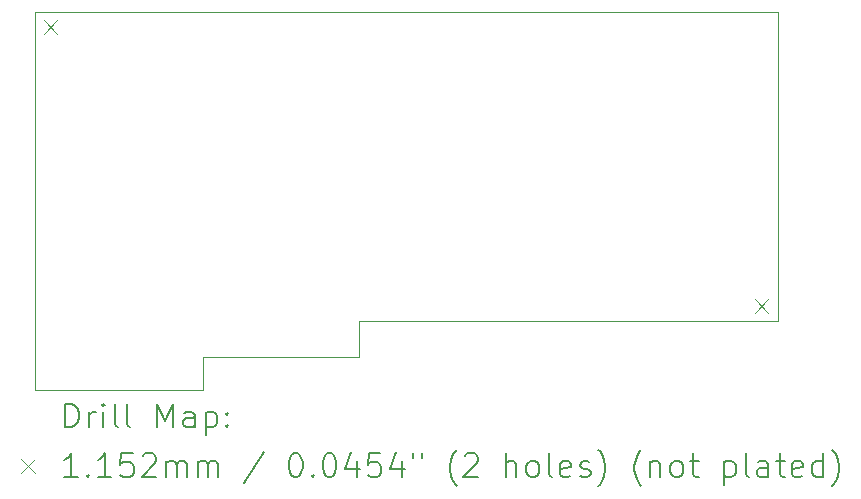
<source format=gbr>
%FSLAX45Y45*%
G04 Gerber Fmt 4.5, Leading zero omitted, Abs format (unit mm)*
G04 Created by KiCad (PCBNEW (6.0.4-0)) date 2022-03-21 10:13:04*
%MOMM*%
%LPD*%
G01*
G04 APERTURE LIST*
%TA.AperFunction,Profile*%
%ADD10C,0.100000*%
%TD*%
%ADD11C,0.200000*%
%ADD12C,0.115200*%
G04 APERTURE END LIST*
D10*
X3149600Y-7213600D02*
X4470400Y-7213600D01*
X4470400Y-7213600D02*
X4470400Y-6908800D01*
X3149600Y-7493000D02*
X1727200Y-7493000D01*
X1727200Y-7493000D02*
X1727200Y-4292600D01*
X1727200Y-4292600D02*
X8013700Y-4292600D01*
X4470400Y-6908800D02*
X8013700Y-6908800D01*
X8013700Y-4292600D02*
X8013700Y-6908800D01*
X3149600Y-7493000D02*
X3149600Y-7213600D01*
D11*
D12*
X1796600Y-4362000D02*
X1911800Y-4477200D01*
X1911800Y-4362000D02*
X1796600Y-4477200D01*
X7816400Y-6724200D02*
X7931600Y-6839400D01*
X7931600Y-6724200D02*
X7816400Y-6839400D01*
D11*
X1979819Y-7808476D02*
X1979819Y-7608476D01*
X2027438Y-7608476D01*
X2056009Y-7618000D01*
X2075057Y-7637048D01*
X2084581Y-7656095D01*
X2094105Y-7694190D01*
X2094105Y-7722762D01*
X2084581Y-7760857D01*
X2075057Y-7779905D01*
X2056009Y-7798952D01*
X2027438Y-7808476D01*
X1979819Y-7808476D01*
X2179819Y-7808476D02*
X2179819Y-7675143D01*
X2179819Y-7713238D02*
X2189343Y-7694190D01*
X2198867Y-7684667D01*
X2217914Y-7675143D01*
X2236962Y-7675143D01*
X2303629Y-7808476D02*
X2303629Y-7675143D01*
X2303629Y-7608476D02*
X2294105Y-7618000D01*
X2303629Y-7627524D01*
X2313152Y-7618000D01*
X2303629Y-7608476D01*
X2303629Y-7627524D01*
X2427438Y-7808476D02*
X2408390Y-7798952D01*
X2398867Y-7779905D01*
X2398867Y-7608476D01*
X2532200Y-7808476D02*
X2513152Y-7798952D01*
X2503629Y-7779905D01*
X2503629Y-7608476D01*
X2760771Y-7808476D02*
X2760771Y-7608476D01*
X2827438Y-7751333D01*
X2894105Y-7608476D01*
X2894105Y-7808476D01*
X3075057Y-7808476D02*
X3075057Y-7703714D01*
X3065533Y-7684667D01*
X3046486Y-7675143D01*
X3008390Y-7675143D01*
X2989343Y-7684667D01*
X3075057Y-7798952D02*
X3056009Y-7808476D01*
X3008390Y-7808476D01*
X2989343Y-7798952D01*
X2979819Y-7779905D01*
X2979819Y-7760857D01*
X2989343Y-7741809D01*
X3008390Y-7732286D01*
X3056009Y-7732286D01*
X3075057Y-7722762D01*
X3170295Y-7675143D02*
X3170295Y-7875143D01*
X3170295Y-7684667D02*
X3189343Y-7675143D01*
X3227438Y-7675143D01*
X3246486Y-7684667D01*
X3256009Y-7694190D01*
X3265533Y-7713238D01*
X3265533Y-7770381D01*
X3256009Y-7789428D01*
X3246486Y-7798952D01*
X3227438Y-7808476D01*
X3189343Y-7808476D01*
X3170295Y-7798952D01*
X3351248Y-7789428D02*
X3360771Y-7798952D01*
X3351248Y-7808476D01*
X3341724Y-7798952D01*
X3351248Y-7789428D01*
X3351248Y-7808476D01*
X3351248Y-7684667D02*
X3360771Y-7694190D01*
X3351248Y-7703714D01*
X3341724Y-7694190D01*
X3351248Y-7684667D01*
X3351248Y-7703714D01*
D12*
X1607000Y-8080400D02*
X1722200Y-8195600D01*
X1722200Y-8080400D02*
X1607000Y-8195600D01*
D11*
X2084581Y-8228476D02*
X1970295Y-8228476D01*
X2027438Y-8228476D02*
X2027438Y-8028476D01*
X2008390Y-8057048D01*
X1989343Y-8076095D01*
X1970295Y-8085619D01*
X2170295Y-8209428D02*
X2179819Y-8218952D01*
X2170295Y-8228476D01*
X2160771Y-8218952D01*
X2170295Y-8209428D01*
X2170295Y-8228476D01*
X2370295Y-8228476D02*
X2256010Y-8228476D01*
X2313152Y-8228476D02*
X2313152Y-8028476D01*
X2294105Y-8057048D01*
X2275057Y-8076095D01*
X2256010Y-8085619D01*
X2551248Y-8028476D02*
X2456010Y-8028476D01*
X2446486Y-8123714D01*
X2456010Y-8114190D01*
X2475057Y-8104667D01*
X2522676Y-8104667D01*
X2541724Y-8114190D01*
X2551248Y-8123714D01*
X2560771Y-8142762D01*
X2560771Y-8190381D01*
X2551248Y-8209428D01*
X2541724Y-8218952D01*
X2522676Y-8228476D01*
X2475057Y-8228476D01*
X2456010Y-8218952D01*
X2446486Y-8209428D01*
X2636962Y-8047524D02*
X2646486Y-8038000D01*
X2665533Y-8028476D01*
X2713152Y-8028476D01*
X2732200Y-8038000D01*
X2741724Y-8047524D01*
X2751248Y-8066571D01*
X2751248Y-8085619D01*
X2741724Y-8114190D01*
X2627438Y-8228476D01*
X2751248Y-8228476D01*
X2836962Y-8228476D02*
X2836962Y-8095143D01*
X2836962Y-8114190D02*
X2846486Y-8104667D01*
X2865533Y-8095143D01*
X2894105Y-8095143D01*
X2913152Y-8104667D01*
X2922676Y-8123714D01*
X2922676Y-8228476D01*
X2922676Y-8123714D02*
X2932200Y-8104667D01*
X2951248Y-8095143D01*
X2979819Y-8095143D01*
X2998867Y-8104667D01*
X3008390Y-8123714D01*
X3008390Y-8228476D01*
X3103628Y-8228476D02*
X3103628Y-8095143D01*
X3103628Y-8114190D02*
X3113152Y-8104667D01*
X3132200Y-8095143D01*
X3160771Y-8095143D01*
X3179819Y-8104667D01*
X3189343Y-8123714D01*
X3189343Y-8228476D01*
X3189343Y-8123714D02*
X3198867Y-8104667D01*
X3217914Y-8095143D01*
X3246486Y-8095143D01*
X3265533Y-8104667D01*
X3275057Y-8123714D01*
X3275057Y-8228476D01*
X3665533Y-8018952D02*
X3494105Y-8276095D01*
X3922676Y-8028476D02*
X3941724Y-8028476D01*
X3960771Y-8038000D01*
X3970295Y-8047524D01*
X3979819Y-8066571D01*
X3989343Y-8104667D01*
X3989343Y-8152286D01*
X3979819Y-8190381D01*
X3970295Y-8209428D01*
X3960771Y-8218952D01*
X3941724Y-8228476D01*
X3922676Y-8228476D01*
X3903628Y-8218952D01*
X3894105Y-8209428D01*
X3884581Y-8190381D01*
X3875057Y-8152286D01*
X3875057Y-8104667D01*
X3884581Y-8066571D01*
X3894105Y-8047524D01*
X3903628Y-8038000D01*
X3922676Y-8028476D01*
X4075057Y-8209428D02*
X4084581Y-8218952D01*
X4075057Y-8228476D01*
X4065533Y-8218952D01*
X4075057Y-8209428D01*
X4075057Y-8228476D01*
X4208390Y-8028476D02*
X4227438Y-8028476D01*
X4246486Y-8038000D01*
X4256010Y-8047524D01*
X4265533Y-8066571D01*
X4275057Y-8104667D01*
X4275057Y-8152286D01*
X4265533Y-8190381D01*
X4256010Y-8209428D01*
X4246486Y-8218952D01*
X4227438Y-8228476D01*
X4208390Y-8228476D01*
X4189343Y-8218952D01*
X4179819Y-8209428D01*
X4170295Y-8190381D01*
X4160771Y-8152286D01*
X4160771Y-8104667D01*
X4170295Y-8066571D01*
X4179819Y-8047524D01*
X4189343Y-8038000D01*
X4208390Y-8028476D01*
X4446486Y-8095143D02*
X4446486Y-8228476D01*
X4398867Y-8018952D02*
X4351248Y-8161809D01*
X4475057Y-8161809D01*
X4646486Y-8028476D02*
X4551248Y-8028476D01*
X4541724Y-8123714D01*
X4551248Y-8114190D01*
X4570295Y-8104667D01*
X4617914Y-8104667D01*
X4636962Y-8114190D01*
X4646486Y-8123714D01*
X4656010Y-8142762D01*
X4656010Y-8190381D01*
X4646486Y-8209428D01*
X4636962Y-8218952D01*
X4617914Y-8228476D01*
X4570295Y-8228476D01*
X4551248Y-8218952D01*
X4541724Y-8209428D01*
X4827438Y-8095143D02*
X4827438Y-8228476D01*
X4779819Y-8018952D02*
X4732200Y-8161809D01*
X4856010Y-8161809D01*
X4922676Y-8028476D02*
X4922676Y-8066571D01*
X4998867Y-8028476D02*
X4998867Y-8066571D01*
X5294105Y-8304667D02*
X5284581Y-8295143D01*
X5265533Y-8266571D01*
X5256010Y-8247524D01*
X5246486Y-8218952D01*
X5236962Y-8171333D01*
X5236962Y-8133238D01*
X5246486Y-8085619D01*
X5256010Y-8057048D01*
X5265533Y-8038000D01*
X5284581Y-8009428D01*
X5294105Y-7999905D01*
X5360771Y-8047524D02*
X5370295Y-8038000D01*
X5389343Y-8028476D01*
X5436962Y-8028476D01*
X5456010Y-8038000D01*
X5465533Y-8047524D01*
X5475057Y-8066571D01*
X5475057Y-8085619D01*
X5465533Y-8114190D01*
X5351248Y-8228476D01*
X5475057Y-8228476D01*
X5713152Y-8228476D02*
X5713152Y-8028476D01*
X5798867Y-8228476D02*
X5798867Y-8123714D01*
X5789343Y-8104667D01*
X5770295Y-8095143D01*
X5741724Y-8095143D01*
X5722676Y-8104667D01*
X5713152Y-8114190D01*
X5922676Y-8228476D02*
X5903628Y-8218952D01*
X5894105Y-8209428D01*
X5884581Y-8190381D01*
X5884581Y-8133238D01*
X5894105Y-8114190D01*
X5903628Y-8104667D01*
X5922676Y-8095143D01*
X5951248Y-8095143D01*
X5970295Y-8104667D01*
X5979819Y-8114190D01*
X5989343Y-8133238D01*
X5989343Y-8190381D01*
X5979819Y-8209428D01*
X5970295Y-8218952D01*
X5951248Y-8228476D01*
X5922676Y-8228476D01*
X6103628Y-8228476D02*
X6084581Y-8218952D01*
X6075057Y-8199905D01*
X6075057Y-8028476D01*
X6256009Y-8218952D02*
X6236962Y-8228476D01*
X6198867Y-8228476D01*
X6179819Y-8218952D01*
X6170295Y-8199905D01*
X6170295Y-8123714D01*
X6179819Y-8104667D01*
X6198867Y-8095143D01*
X6236962Y-8095143D01*
X6256009Y-8104667D01*
X6265533Y-8123714D01*
X6265533Y-8142762D01*
X6170295Y-8161809D01*
X6341724Y-8218952D02*
X6360771Y-8228476D01*
X6398867Y-8228476D01*
X6417914Y-8218952D01*
X6427438Y-8199905D01*
X6427438Y-8190381D01*
X6417914Y-8171333D01*
X6398867Y-8161809D01*
X6370295Y-8161809D01*
X6351248Y-8152286D01*
X6341724Y-8133238D01*
X6341724Y-8123714D01*
X6351248Y-8104667D01*
X6370295Y-8095143D01*
X6398867Y-8095143D01*
X6417914Y-8104667D01*
X6494105Y-8304667D02*
X6503628Y-8295143D01*
X6522676Y-8266571D01*
X6532200Y-8247524D01*
X6541724Y-8218952D01*
X6551248Y-8171333D01*
X6551248Y-8133238D01*
X6541724Y-8085619D01*
X6532200Y-8057048D01*
X6522676Y-8038000D01*
X6503628Y-8009428D01*
X6494105Y-7999905D01*
X6856009Y-8304667D02*
X6846486Y-8295143D01*
X6827438Y-8266571D01*
X6817914Y-8247524D01*
X6808390Y-8218952D01*
X6798867Y-8171333D01*
X6798867Y-8133238D01*
X6808390Y-8085619D01*
X6817914Y-8057048D01*
X6827438Y-8038000D01*
X6846486Y-8009428D01*
X6856009Y-7999905D01*
X6932200Y-8095143D02*
X6932200Y-8228476D01*
X6932200Y-8114190D02*
X6941724Y-8104667D01*
X6960771Y-8095143D01*
X6989343Y-8095143D01*
X7008390Y-8104667D01*
X7017914Y-8123714D01*
X7017914Y-8228476D01*
X7141724Y-8228476D02*
X7122676Y-8218952D01*
X7113152Y-8209428D01*
X7103628Y-8190381D01*
X7103628Y-8133238D01*
X7113152Y-8114190D01*
X7122676Y-8104667D01*
X7141724Y-8095143D01*
X7170295Y-8095143D01*
X7189343Y-8104667D01*
X7198867Y-8114190D01*
X7208390Y-8133238D01*
X7208390Y-8190381D01*
X7198867Y-8209428D01*
X7189343Y-8218952D01*
X7170295Y-8228476D01*
X7141724Y-8228476D01*
X7265533Y-8095143D02*
X7341724Y-8095143D01*
X7294105Y-8028476D02*
X7294105Y-8199905D01*
X7303628Y-8218952D01*
X7322676Y-8228476D01*
X7341724Y-8228476D01*
X7560771Y-8095143D02*
X7560771Y-8295143D01*
X7560771Y-8104667D02*
X7579819Y-8095143D01*
X7617914Y-8095143D01*
X7636962Y-8104667D01*
X7646486Y-8114190D01*
X7656009Y-8133238D01*
X7656009Y-8190381D01*
X7646486Y-8209428D01*
X7636962Y-8218952D01*
X7617914Y-8228476D01*
X7579819Y-8228476D01*
X7560771Y-8218952D01*
X7770295Y-8228476D02*
X7751248Y-8218952D01*
X7741724Y-8199905D01*
X7741724Y-8028476D01*
X7932200Y-8228476D02*
X7932200Y-8123714D01*
X7922676Y-8104667D01*
X7903628Y-8095143D01*
X7865533Y-8095143D01*
X7846486Y-8104667D01*
X7932200Y-8218952D02*
X7913152Y-8228476D01*
X7865533Y-8228476D01*
X7846486Y-8218952D01*
X7836962Y-8199905D01*
X7836962Y-8180857D01*
X7846486Y-8161809D01*
X7865533Y-8152286D01*
X7913152Y-8152286D01*
X7932200Y-8142762D01*
X7998867Y-8095143D02*
X8075057Y-8095143D01*
X8027438Y-8028476D02*
X8027438Y-8199905D01*
X8036962Y-8218952D01*
X8056009Y-8228476D01*
X8075057Y-8228476D01*
X8217914Y-8218952D02*
X8198867Y-8228476D01*
X8160771Y-8228476D01*
X8141724Y-8218952D01*
X8132200Y-8199905D01*
X8132200Y-8123714D01*
X8141724Y-8104667D01*
X8160771Y-8095143D01*
X8198867Y-8095143D01*
X8217914Y-8104667D01*
X8227438Y-8123714D01*
X8227438Y-8142762D01*
X8132200Y-8161809D01*
X8398867Y-8228476D02*
X8398867Y-8028476D01*
X8398867Y-8218952D02*
X8379819Y-8228476D01*
X8341724Y-8228476D01*
X8322676Y-8218952D01*
X8313152Y-8209428D01*
X8303628Y-8190381D01*
X8303628Y-8133238D01*
X8313152Y-8114190D01*
X8322676Y-8104667D01*
X8341724Y-8095143D01*
X8379819Y-8095143D01*
X8398867Y-8104667D01*
X8475057Y-8304667D02*
X8484581Y-8295143D01*
X8503629Y-8266571D01*
X8513152Y-8247524D01*
X8522676Y-8218952D01*
X8532200Y-8171333D01*
X8532200Y-8133238D01*
X8522676Y-8085619D01*
X8513152Y-8057048D01*
X8503629Y-8038000D01*
X8484581Y-8009428D01*
X8475057Y-7999905D01*
M02*

</source>
